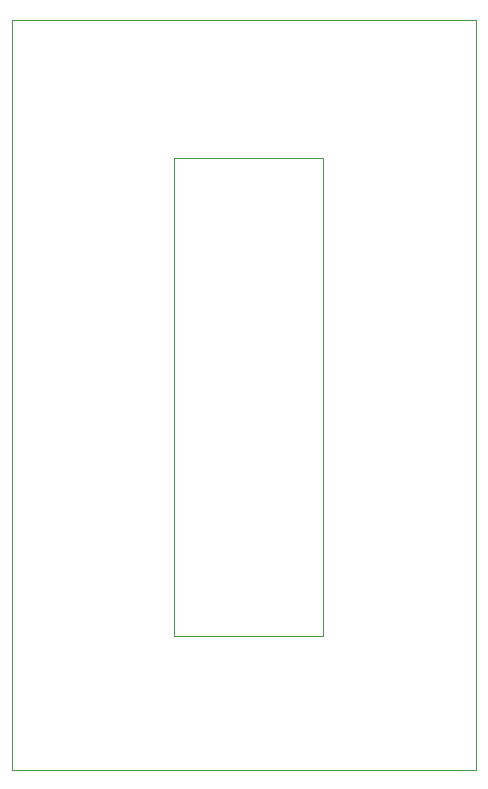
<source format=gbr>
%TF.GenerationSoftware,KiCad,Pcbnew,(6.0.5)*%
%TF.CreationDate,2022-06-02T23:03:52-07:00*%
%TF.ProjectId,arduino-autofire,61726475-696e-46f2-9d61-75746f666972,rev?*%
%TF.SameCoordinates,Original*%
%TF.FileFunction,Profile,NP*%
%FSLAX46Y46*%
G04 Gerber Fmt 4.6, Leading zero omitted, Abs format (unit mm)*
G04 Created by KiCad (PCBNEW (6.0.5)) date 2022-06-02 23:03:52*
%MOMM*%
%LPD*%
G01*
G04 APERTURE LIST*
%TA.AperFunction,Profile*%
%ADD10C,0.100000*%
%TD*%
G04 APERTURE END LIST*
D10*
X125700000Y-75500000D02*
X125700000Y-87800000D01*
X125700000Y-87800000D02*
X125700000Y-115900000D01*
X112000000Y-127250000D02*
X151250000Y-127250000D01*
X138300000Y-115900000D02*
X138300000Y-92700000D01*
X125700000Y-115900000D02*
X138300000Y-115900000D01*
X138300000Y-75500000D02*
X125700000Y-75500000D01*
X112000000Y-63750000D02*
X112000000Y-127250000D01*
X151250000Y-63750000D02*
X151250000Y-127250000D01*
X151250000Y-63750000D02*
X112000000Y-63750000D01*
X138300000Y-92700000D02*
X138300000Y-75500000D01*
M02*

</source>
